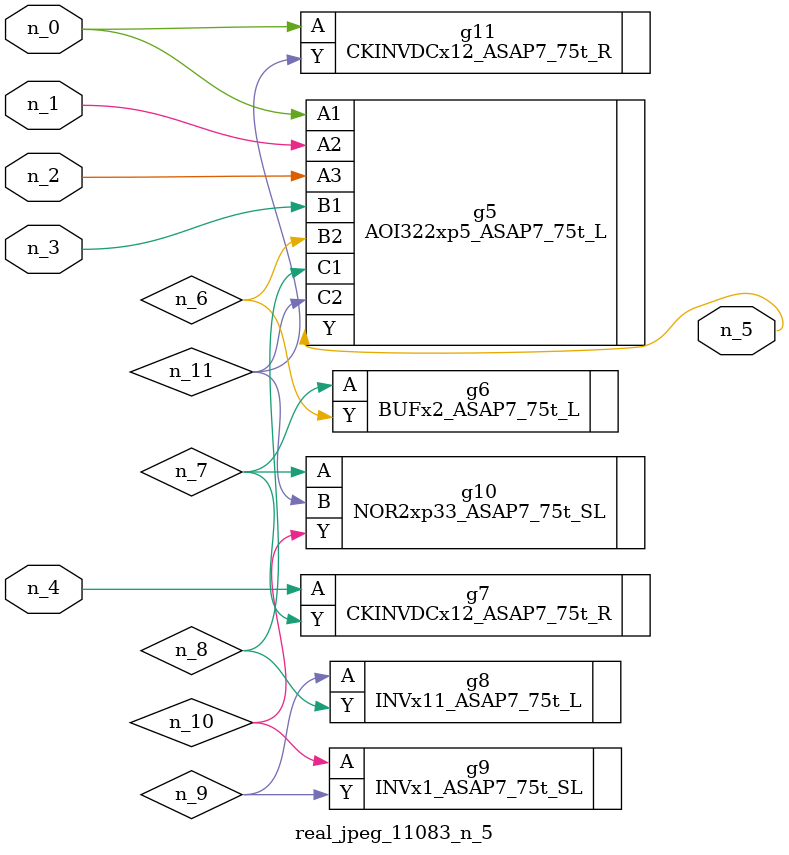
<source format=v>
module real_jpeg_11083_n_5 (n_4, n_0, n_1, n_2, n_3, n_5);

input n_4;
input n_0;
input n_1;
input n_2;
input n_3;

output n_5;

wire n_8;
wire n_11;
wire n_6;
wire n_7;
wire n_10;
wire n_9;

AOI322xp5_ASAP7_75t_L g5 ( 
.A1(n_0),
.A2(n_1),
.A3(n_2),
.B1(n_3),
.B2(n_6),
.C1(n_8),
.C2(n_11),
.Y(n_5)
);

CKINVDCx12_ASAP7_75t_R g11 ( 
.A(n_0),
.Y(n_11)
);

CKINVDCx12_ASAP7_75t_R g7 ( 
.A(n_4),
.Y(n_7)
);

BUFx2_ASAP7_75t_L g6 ( 
.A(n_7),
.Y(n_6)
);

NOR2xp33_ASAP7_75t_SL g10 ( 
.A(n_7),
.B(n_11),
.Y(n_10)
);

INVx11_ASAP7_75t_L g8 ( 
.A(n_9),
.Y(n_8)
);

INVx1_ASAP7_75t_SL g9 ( 
.A(n_10),
.Y(n_9)
);


endmodule
</source>
